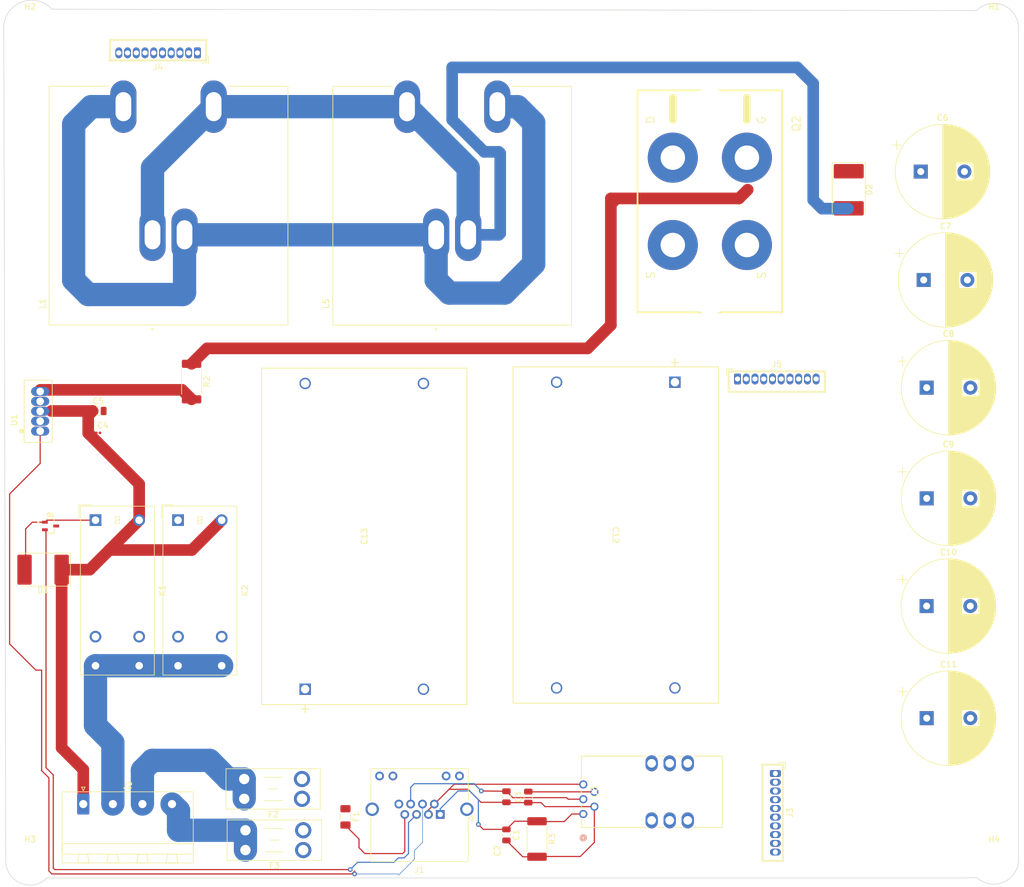
<source format=kicad_pcb>
(kicad_pcb (version 20221018) (generator pcbnew)
  (title_block (title "uhm"))
  (layers (0 "F.Cu" signal) (31 "B.Cu" signal) (34 "B.Paste" user) (35 "F.Paste" user) (36 "B.SilkS" user "B.Silkscreen") (37 "F.SilkS" user "F.Silkscreen") (38 "B.Mask" user) (39 "F.Mask" user) (44 "Edge.Cuts" user))
  (net 0 "")
  (net 1 "/3.3V")
  (net 2 "/3.3V_RETURN")
  (net 3 "/FUEL_CELL_CURRENT")
  (net 4 "GND")
  (net 5 "+12V")
  (net 6 "+46V")
  (net 7 "Net-(D1-A)")
  (net 8 "Net-(D2-A)")
  (net 9 "/46V")
  (net 10 "Net-(F1-Pad2)")
  (net 11 "Net-(J2-Pin_3)")
  (net 12 "Net-(J2-Pin_4)")
  (net 13 "/GATE_SIG")
  (net 14 "/AIR_STARVE_RELAY")
  (net 16 "Net-(J4-Pin_1)")
  (net 17 "/AIR_STARVE_RESISTORS")
  (net 18 "Net-(Q2-G)")
  (net 19 "Net-(U1-OUTPUT)")
  (net 26 "Net-(U3-VREF)")
  (footprint "Capacitor_SMD:C_0201_0603Metric" (layer "F.Cu") (at 61.7 89.5 180)
    (fp_text reference "C4" (at -0.8 1.25) (layer "F.SilkS"))
    (fp_text value "10uF")
    (pad "1" smd roundrect (at -0.32 0 180) (size 0.46 0.4) (layers "F.Cu" "F.Mask") (net 4 "GND"))
    (pad "2" smd roundrect (at 0.32 0 180) (size 0.46 0.4) (layers "F.Cu" "F.Mask") (net 5 "+12V"))
  )
  (footprint "Capacitor_THT:CP_Radial_D16.0mm_P7.50mm" (layer "F.Cu") (at 202.967246 44.64)
    (fp_text reference "C6" (at 3.75 -9.25) (layer "F.SilkS"))
    (fp_text value "6800uF")
    (pad "1" thru_hole rect (at 0 0) (size 2.4 2.4) (drill 1.2) (layers "*.Cu" "*.Mask") (net 6 "+46V"))
    (pad "2" thru_hole circle (at 7.5 0) (size 2.4 2.4) (drill 1.2) (layers "*.Cu" "*.Mask") (net 4 "GND"))
  )
  (footprint "Fuse:Fuse_1206_3216Metric" (layer "F.Cu") (at 104.175 155.45 -90)
    (fp_text reference "F1" (at 0 -1.82 90) (layer "F.SilkS"))
    (fp_text value "Polyfuse")
    (pad "1" smd roundrect (at -1.4 0 270) (size 1.25 1.75) (layers "F.Cu" "F.Paste" "F.Mask") (roundrect_rratio 0.2) (net 9 "/46V"))
    (pad "2" smd roundrect (at 1.4 0 270) (size 1.25 1.75) (layers "F.Cu" "F.Paste" "F.Mask") (roundrect_rratio 0.2) (net 10 "Net-(F1-Pad2)"))
  )
  (footprint "Capacitor_SMD:C_0805_2012Metric" (layer "F.Cu") (at 61.7 85.75)
    (fp_text reference "C5" (at 0 -1.68) (layer "F.SilkS"))
    (fp_text value "0.1uF")
    (pad "1" smd roundrect (at -0.95 0) (size 1 1.45) (layers "F.Cu" "F.Paste" "F.Mask") (net 5 "+12V"))
    (pad "2" smd roundrect (at 0.95 0) (size 1 1.45) (layers "F.Cu" "F.Paste" "F.Mask") (net 4 "GND"))
  )
  (footprint "MountingHole:MountingHole_2.7mm_M2.5" (layer "F.Cu") (at 215.57 20.0241)
    (fp_text reference "H1" (at 0 -3.7) (layer "F.SilkS"))
    (fp_text value "MountingHole")
    (pad "" np_thru_hole circle (at 0 0) (size 2.7 2.7) (drill 2.7) (layers "F&B.Cu" "*.Mask"))
  )
  (footprint "Relay_THT:Relay_SPST_Omron_G2RL-1A-E" (layer "F.Cu") (at 75.425 104.5)
    (fp_text reference "K2" (at 11.5 12.1 90) (layer "F.SilkS"))
    (fp_text value "G2RL-1A-E")
    (pad "13" thru_hole circle (at 0 20) (size 2 2) (drill 1.3) (layers "*.Cu" "*.Mask") (net 4 "GND"))
    (pad "13" thru_hole circle (at 7.5 20) (size 2 2) (drill 1.3) (layers "*.Cu" "*.Mask") (net 4 "GND"))
    (pad "14" thru_hole circle (at 0 25) (size 2 2) (drill 1.3) (layers "*.Cu" "*.Mask") (net 17 "/AIR_STARVE_RESISTORS"))
    (pad "14" thru_hole circle (at 7.5 25) (size 2 2) (drill 1.3) (layers "*.Cu" "*.Mask") (net 17 "/AIR_STARVE_RESISTORS"))
    (pad "A1" thru_hole rect (at 0 0) (size 2 2) (drill 1.3) (layers "*.Cu" "*.Mask") (net 7 "Net-(D1-A)"))
    (pad "A2" thru_hole circle (at 7.5 0) (size 2 2) (drill 1.3) (layers "*.Cu" "*.Mask") (net 5 "+12V"))
  )
  (footprint "Capacitor_SMD:C_0805_2012Metric" (layer "F.Cu") (at 131.816 158.55 -90)
    (fp_text reference "C1" (at 0 -1.68 90) (layer "F.SilkS"))
    (fp_text value "47nF")
    (pad "1" smd roundrect (at -0.95 0 270) (size 1 1.45) (layers "F.Cu" "F.Paste" "F.Mask") (net 1 "/3.3V"))
    (pad "2" smd roundrect (at 0.95 0 270) (size 1 1.45) (layers "F.Cu" "F.Paste" "F.Mask") (net 2 "/3.3V_RETURN"))
  )
  (footprint "KiCADv6:SOT65P210X100-3N" (layer "F.Cu") (at 53.53 105.5)
    (fp_text reference "Q1" (at 0.032 -1.9064) (layer "F.SilkS") (effects (font (size 0.64 0.64))))
    (fp_text value "NMOS_Substrate")
    (pad "1" smd roundrect (at -0.97 -0.65) (size 0.99 0.5) (layers "F.Cu" "F.Paste" "F.Mask") (roundrect_rratio 0.06) (net 7 "Net-(D1-A)"))
    (pad "2" smd roundrect (at -0.97 0.65) (size 0.99 0.5) (layers "F.Cu" "F.Paste" "F.Mask") (roundrect_rratio 0.06) (net 14 "/AIR_STARVE_RELAY"))
    (pad "3" smd roundrect (at 0.97 0) (size 0.99 0.5) (layers "F.Cu" "F.Paste" "F.Mask") (roundrect_rratio 0.06) (net 4 "GND"))
  )
  (footprint "Connector_RJ:RJ45_Amphenol_RJHSE538X" (layer "F.Cu") (at 120.455 155.03 180)
    (fp_text reference "J1" (at 3.56 -9.5) (layer "F.SilkS"))
    (fp_text value "8P8C_Shielded")
    (pad "" np_thru_hole circle (at -2.79 -2.54 180) (size 3.25 3.25) (drill 3.25) (layers "*.Cu" "*.Mask"))
    (pad "" np_thru_hole circle (at 9.91 -2.54 180) (size 3.25 3.25) (drill 3.25) (layers "*.Cu" "*.Mask"))
    (pad "1" thru_hole rect (at 0 0 180) (size 1.5 1.5) (drill 0.89) (layers "*.Cu" "*.Mask") (net 1 "/3.3V"))
    (pad "2" thru_hole circle (at 1.016 1.78 180) (size 1.5 1.5) (drill 0.89) (layers "*.Cu" "*.Mask") (net 2 "/3.3V_RETURN"))
    (pad "3" thru_hole circle (at 2.032 0 180) (size 1.5 1.5) (drill 0.89) (layers "*.Cu" "*.Mask") (net 2 "/3.3V_RETURN"))
    (pad "4" thru_hole circle (at 3.048 1.78 180) (size 1.5 1.5) (drill 0.89) (layers "*.Cu" "*.Mask") (net 13 "/GATE_SIG"))
    (pad "5" thru_hole circle (at 4.064 0 180) (size 1.5 1.5) (drill 0.89) (layers "*.Cu" "*.Mask") (net 14 "/AIR_STARVE_RELAY"))
    (pad "6" thru_hole circle (at 5.08 1.78 180) (size 1.5 1.5) (drill 0.89) (layers "*.Cu" "*.Mask") (net 3 "/FUEL_CELL_CURRENT"))
    (pad "7" thru_hole circle (at 6.096 0 180) (size 1.5 1.5) (drill 0.89) (layers "*.Cu" "*.Mask") (net 10 "Net-(F1-Pad2)"))
    (pad "8" thru_hole circle (at 7.112 1.78 180) (size 1.5 1.5) (drill 0.89) (layers "*.Cu" "*.Mask"))
    (pad "9" thru_hole circle (at -3.3 6.6 180) (size 1.5 1.5) (drill 0.89) (layers "*.Cu" "*.Mask"))
    (pad "10" thru_hole circle (at -1.01 6.6 180) (size 1.5 1.5) (drill 0.89) (layers "*.Cu" "*.Mask"))
    (pad "11" thru_hole circle (at 8.13 6.6 180) (size 1.5 1.5) (drill 0.89) (layers "*.Cu" "*.Mask"))
    (pad "12" thru_hole circle (at 10.42 6.6 180) (size 1.5 1.5) (drill 0.89) (layers "*.Cu" "*.Mask"))
    (pad "SH" thru_hole circle (at -4.57 0.89 180) (size 2.3 2.3) (drill 1.57) (layers "*.Cu" "*.Mask") (net 4 "GND"))
    (pad "SH" thru_hole circle (at 11.69 0.89 180) (size 2.3 2.3) (drill 1.57) (layers "*.Cu" "*.Mask") (net 4 "GND"))
  )
  (footprint "Capacitor_THT:CP_Radial_D16.0mm_P7.50mm" (layer "F.Cu") (at 203.974492 119.25)
    (fp_text reference "C10" (at 3.75 -9.25) (layer "F.SilkS"))
    (fp_text value "6800uF")
    (pad "1" thru_hole rect (at 0 0) (size 2.4 2.4) (drill 1.2) (layers "*.Cu" "*.Mask") (net 6 "+46V"))
    (pad "2" thru_hole circle (at 7.5 0) (size 2.4 2.4) (drill 1.2) (layers "*.Cu" "*.Mask") (net 4 "GND"))
  )
  (footprint "Capacitor_SMD:C_0805_2012Metric" (layer "F.Cu") (at 135.566 152.05 90)
    (fp_text reference "C3" (at 0 -1.68 90) (layer "F.SilkS"))
    (fp_text value "47nF")
    (pad "1" smd roundrect (at -0.95 0 90) (size 1 1.45) (layers "F.Cu" "F.Paste" "F.Mask") (net 2 "/3.3V_RETURN"))
    (pad "2" smd roundrect (at 0.95 0 90) (size 1 1.45) (layers "F.Cu" "F.Paste" "F.Mask") (net 26 "Net-(U3-VREF)"))
  )
  (footprint "Capacitor_THT:CP_Radial_D16.0mm_P7.50mm" (layer "F.Cu") (at 203.987246 138.5)
    (fp_text reference "C11" (at 3.75 -9.25) (layer "F.SilkS"))
    (fp_text value "6800uF")
    (pad "1" thru_hole rect (at 0 0) (size 2.4 2.4) (drill 1.2) (layers "*.Cu" "*.Mask") (net 6 "+46V"))
    (pad "2" thru_hole circle (at 7.5 0) (size 2.4 2.4) (drill 1.2) (layers "*.Cu" "*.Mask") (net 4 "GND"))
  )
  (footprint "Diode_SMD:D_3220_8050Metric" (layer "F.Cu") (at 52.25 113 180)
    (fp_text reference "D1" (at 0 -3.52 180) (layer "F.SilkS"))
    (fp_text value "D_Schottky")
    (pad "1" smd roundrect (at -3.1875 0 180) (size 2.475 5.15) (layers "F.Cu" "F.Paste" "F.Mask") (roundrect_rratio 0.10101) (net 5 "+12V"))
    (pad "2" smd roundrect (at 3.1875 0 180) (size 2.475 5.15) (layers "F.Cu" "F.Paste" "F.Mask") (roundrect_rratio 0.10101) (net 7 "Net-(D1-A)"))
  )
  (footprint "Connector_Wuerth:Wuerth_WR-WTB_64801011622_1x10_P1.50mm_Vertical" (layer "F.Cu") (at 178 148 -90)
    (fp_text reference "J3" (at 6.75 -2.5 -270) (layer "F.SilkS"))
    (fp_text value "GND")
    (pad "1" thru_hole roundrect (at 0 0 270) (size 1.17 1.87) (drill 0.87) (layers "*.Cu" "*.Mask") (roundrect_rratio 0.213675) (net 4 "GND"))
    (pad "2" thru_hole oval (at 1.5 0 270) (size 1.17 1.87) (drill 0.87) (layers "*.Cu" "*.Mask"))
    (pad "3" thru_hole oval (at 3 0 270) (size 1.17 1.87) (drill 0.87) (layers "*.Cu" "*.Mask"))
    (pad "4" thru_hole oval (at 4.5 0 270) (size 1.17 1.87) (drill 0.87) (layers "*.Cu" "*.Mask"))
    (pad "5" thru_hole oval (at 6 0 270) (size 1.17 1.87) (drill 0.87) (layers "*.Cu" "*.Mask"))
    (pad "6" thru_hole oval (at 7.5 0 270) (size 1.17 1.87) (drill 0.87) (layers "*.Cu" "*.Mask"))
    (pad "7" thru_hole oval (at 9 0 270) (size 1.17 1.87) (drill 0.87) (layers "*.Cu" "*.Mask"))
    (pad "9" thru_hole oval (at 10.5 0 270) (size 1.17 1.87) (drill 0.87) (layers "*.Cu" "*.Mask"))
    (pad "9" thru_hole oval (at 12 0 270) (size 1.17 1.87) (drill 0.87) (layers "*.Cu" "*.Mask"))
    (pad "10" thru_hole oval (at 13.5 0 270) (size 1.17 1.87) (drill 0.87) (layers "*.Cu" "*.Mask"))
  )
  (footprint "filmcapacitorsfootprint:C4A-060_KEM" (layer "F.Cu") (at 160.75 80.8082 -90)
    (fp_text reference "C12" (at 26.2509 10.16 -90 unlocked) (layer "F.SilkS"))
    (fp_text value "60uF")
    (pad "1" thru_hole rect (at 0 0 270) (size 1.9558 1.9558) (drill 1.4478) (layers "*.Cu" "*.Mask") (net 4 "GND"))
    (pad "2" thru_hole circle (at 0 20.32 270) (size 1.9558 1.9558) (drill 1.4478) (layers "*.Cu" "*.Mask") (net 4 "GND"))
    (pad "3" thru_hole circle (at 52.5018 20.32 270) (size 1.9558 1.9558) (drill 1.4478) (layers "*.Cu" "*.Mask") (net 6 "+46V"))
    (pad "4" thru_hole circle (at 52.5018 0 270) (size 1.9558 1.9558) (drill 1.4478) (layers "*.Cu" "*.Mask") (net 6 "+46V"))
  )
  (footprint "Connector_Wuerth:Wuerth_WR-WTB_64801011622_1x10_P1.50mm_Vertical" (layer "F.Cu") (at 171.5 80.25)
    (fp_text reference "J5" (at 6.75 -2.5) (layer "F.SilkS"))
    (fp_text value "+46V from Fuel Cell")
    (pad "1" thru_hole roundrect (at 0 0) (size 1.17 1.87) (drill 0.87) (layers "*.Cu" "*.Mask") (roundrect_rratio 0.213675) (net 6 "+46V"))
    (pad "2" thru_hole oval (at 1.5 0) (size 1.17 1.87) (drill 0.87) (layers "*.Cu" "*.Mask"))
    (pad "3" thru_hole oval (at 3 0) (size 1.17 1.87) (drill 0.87) (layers "*.Cu" "*.Mask"))
    (pad "4" thru_hole oval (at 4.5 0) (size 1.17 1.87) (drill 0.87) (layers "*.Cu" "*.Mask"))
    (pad "5" thru_hole oval (at 6 0) (size 1.17 1.87) (drill 0.87) (layers "*.Cu" "*.Mask"))
    (pad "6" thru_hole oval (at 7.5 0) (size 1.17 1.87) (drill 0.87) (layers "*.Cu" "*.Mask"))
    (pad "7" thru_hole oval (at 9 0) (size 1.17 1.87) (drill 0.87) (layers "*.Cu" "*.Mask"))
    (pad "8" thru_hole oval (at 10.5 0) (size 1.17 1.87) (drill 0.87) (layers "*.Cu" "*.Mask"))
    (pad "9" thru_hole oval (at 12 0) (size 1.17 1.87) (drill 0.87) (layers "*.Cu" "*.Mask"))
    (pad "10" thru_hole oval (at 13.5 0) (size 1.17 1.87) (drill 0.87) (layers "*.Cu" "*.Mask"))
  )
  (footprint "footprints:HO 25-P_LEM" (layer "F.Cu") (at 145.014999 154.96 90)
    (fp_text reference "U3" (at 3.81 1.905 90 unlocked) (layer "F.SilkS"))
    (fp_text value "HO 25-P")
    (pad "1" thru_hole circle (at 0 0 90) (size 1.397 1.397) (drill 0.889) (layers "*.Cu" "*.Mask") (net 1 "/3.3V"))
    (pad "2" thru_hole circle (at 1.27 1.905 90) (size 1.397 1.397) (drill 0.889) (layers "*.Cu" "*.Mask") (net 2 "/3.3V_RETURN"))
    (pad "3" thru_hole circle (at 2.54 0 90) (size 1.397 1.397) (drill 0.889) (layers "*.Cu" "*.Mask") (net 3 "/FUEL_CELL_CURRENT"))
    (pad "4" thru_hole circle (at 3.81 1.905 90) (size 1.397 1.397) (drill 0.889) (layers "*.Cu" "*.Mask") (net 26 "Net-(U3-VREF)"))
    (pad "5" thru_hole circle (at 5.08 0 90) (size 1.397 1.397) (drill 0.889) (layers "*.Cu" "*.Mask") (net 2 "/3.3V_RETURN"))
    (pad "8" thru_hole oval (at -1.09 11.735001 180) (size 2.1082 2.7432) (drill 1.4986) (layers "*.Cu" "*.Mask"))
    (pad "9" thru_hole oval (at -1.09 14.835 180) (size 2.1082 2.7432) (drill 1.4986) (layers "*.Cu" "*.Mask"))
    (pad "10" thru_hole oval (at -1.09 17.935001 180) (size 2.1082 2.7432) (drill 1.4986) (layers "*.Cu" "*.Mask"))
    (pad "11" thru_hole oval (at 8.71 17.935001 180) (size 2.1082 2.7432) (drill 1.4986) (layers "*.Cu" "*.Mask"))
    (pad "12" thru_hole oval (at 8.71 14.835 180) (size 2.1082 2.7432) (drill 1.4986) (layers "*.Cu" "*.Mask"))
    (pad "13" thru_hole oval (at 8.71 11.735001 180) (size 2.1082 2.7432) (drill 1.4986) (layers "*.Cu" "*.Mask"))
  )
  (footprint "MountingHole:MountingHole_2.7mm_M2.5" (layer "F.Cu") (at 50 20.0241)
    (fp_text reference "H2" (at 0 -3.7) (layer "F.SilkS"))
    (fp_text value "MountingHole")
    (pad "" np_thru_hole circle (at 0 0) (size 2.7 2.7) (drill 2.7) (layers "F&B.Cu" "*.Mask"))
  )
  (footprint "filmcapacitorsfootprint:C4A-060_KEM" (layer "F.Cu") (at 97.25 133.5259 90)
    (fp_text reference "C13" (at 26.2509 10.16 90 unlocked) (layer "F.SilkS"))
    (fp_text value "60uF")
    (pad "1" thru_hole rect (at 0 0 90) (size 1.9558 1.9558) (drill 1.4478) (layers "*.Cu" "*.Mask") (net 4 "GND"))
    (pad "2" thru_hole circle (at 0 20.32 90) (size 1.9558 1.9558) (drill 1.4478) (layers "*.Cu" "*.Mask") (net 4 "GND"))
    (pad "3" thru_hole circle (at 52.5018 20.32 90) (size 1.9558 1.9558) (drill 1.4478) (layers "*.Cu" "*.Mask") (net 6 "+46V"))
    (pad "4" thru_hole circle (at 52.5018 0 90) (size 1.9558 1.9558) (drill 1.4478) (layers "*.Cu" "*.Mask") (net 6 "+46V"))
  )
  (footprint "Capacitor_THT:CP_Radial_D16.0mm_P7.50mm" (layer "F.Cu") (at 203.987246 100.75)
    (fp_text reference "C9" (at 3.75 -9.25) (layer "F.SilkS"))
    (fp_text value "6800uF")
    (pad "1" thru_hole rect (at 0 0) (size 2.4 2.4) (drill 1.2) (layers "*.Cu" "*.Mask") (net 6 "+46V"))
    (pad "2" thru_hole circle (at 7.5 0) (size 2.4 2.4) (drill 1.2) (layers "*.Cu" "*.Mask") (net 4 "GND"))
  )
  (footprint "MountingHole:MountingHole_2.7mm_M2.5" (layer "F.Cu") (at 215.57 163)
    (fp_text reference "H4" (at 0 -3.7) (layer "F.SilkS"))
    (fp_text value "MountingHole")
    (pad "" np_thru_hole circle (at 0 0) (size 2.7 2.7) (drill 2.7) (layers "*.Cu" "*.Mask"))
  )
  (footprint "Relay_THT:Relay_SPST_Omron_G2RL-1A-E" (layer "F.Cu") (at 61.25 104.5)
    (fp_text reference "K1" (at 11.5 12.1 90) (layer "F.SilkS"))
    (fp_text value "G2RL-1A-E")
    (pad "13" thru_hole circle (at 0 20) (size 2 2) (drill 1.3) (layers "*.Cu" "*.Mask") (net 4 "GND"))
    (pad "13" thru_hole circle (at 7.5 20) (size 2 2) (drill 1.3) (layers "*.Cu" "*.Mask") (net 4 "GND"))
    (pad "14" thru_hole circle (at 0 25) (size 2 2) (drill 1.3) (layers "*.Cu" "*.Mask") (net 17 "/AIR_STARVE_RESISTORS"))
    (pad "14" thru_hole circle (at 7.5 25) (size 2 2) (drill 1.3) (layers "*.Cu" "*.Mask") (net 17 "/AIR_STARVE_RESISTORS"))
    (pad "A1" thru_hole rect (at 0 0) (size 2 2) (drill 1.3) (layers "*.Cu" "*.Mask") (net 7 "Net-(D1-A)"))
    (pad "A2" thru_hole circle (at 7.5 0) (size 2 2) (drill 1.3) (layers "*.Cu" "*.Mask") (net 5 "+12V"))
  )
  (footprint "KiCADv6:FIL_CMX1616Z171B-10" (layer "F.Cu") (at 122.5 50.5 90)
    (fp_text reference "L5" (at -16.825 -21.635 90) (layer "F.SilkS"))
    (fp_text value "L_Coupled")
    (pad "1" thru_hole oval (at -5 -2.75 90) (size 9 4.5) (drill oval 5 2.7) (layers "*.Cu" "*.Mask") (net 16 "Net-(J4-Pin_1)"))
    (pad "2" thru_hole oval (at -5 2.75 90) (size 9 4.5) (drill oval 5 2.7) (layers "*.Cu" "*.Mask") (net 8 "Net-(D2-A)"))
    (pad "3" thru_hole oval (at 17 7.75 90) (size 9 4.5) (drill oval 5 2.7) (layers "*.Cu" "*.Mask") (net 16 "Net-(J4-Pin_1)"))
    (pad "4" thru_hole oval (at 17 -7.75 90) (size 9 4.5) (drill oval 5 2.7) (layers "*.Cu" "*.Mask") (net 8 "Net-(D2-A)"))
  )
  (footprint "Resistor_SMD:R_2512_6332Metric_Pad1.40x3.35mm_HandSolder" (layer "F.Cu") (at 137.066 159.25 -90)
    (fp_text reference "R3" (at 0 -2.62 90) (layer "F.SilkS"))
    (fp_text value "20k")
    (pad "1" smd roundrect (at -3.05 0 270) (size 1.4 3.35) (layers "F.Cu" "F.Paste" "F.Mask") (roundrect_rratio 0.178571) (net 1 "/3.3V"))
    (pad "2" smd roundrect (at 3.05 0 270) (size 1.4 3.35) (layers "F.Cu" "F.Paste" "F.Mask") (roundrect_rratio 0.178571) (net 2 "/3.3V_RETURN"))
  )
  (footprint "Connector_Phoenix_MSTB:PhoenixContact_MSTBA_2,5_4-G-5,08_1x04_P5.08mm_Horizontal" (layer "F.Cu") (at 59.15 153.25)
    (fp_text reference "J2" (at 7.62 -3.2) (layer "F.SilkS"))
    (fp_text value "Conn_01x04")
    (pad "1" thru_hole roundrect (at 0 0) (size 2.08 3.6) (drill 1.4) (layers "*.Cu" "*.Mask") (roundrect_rratio 0.120192) (net 5 "+12V"))
    (pad "2" thru_hole oval (at 5.08 0) (size 2.08 3.6) (drill 1.4) (layers "*.Cu" "*.Mask") (net 17 "/AIR_STARVE_RESISTORS"))
    (pad "3" thru_hole oval (at 10.16 0) (size 2.08 3.6) (drill 1.4) (layers "*.Cu" "*.Mask") (net 11 "Net-(J2-Pin_3)"))
    (pad "4" thru_hole oval (at 15.24 0) (size 2.08 3.6) (drill 1.4) (layers "*.Cu" "*.Mask") (net 12 "Net-(J2-Pin_4)"))
  )
  (footprint "Connector_Wuerth:Wuerth_WR-WTB_64801011622_1x10_P1.50mm_Vertical" (layer "F.Cu") (at 78.75 24.25 180)
    (fp_text reference "J4" (at 6.75 -2.5) (layer "F.SilkS"))
    (fp_text value "Load Resistors Return")
    (pad "1" thru_hole roundrect (at 0 0 180) (size 1.17 1.87) (drill 0.87) (layers "*.Cu" "*.Mask") (roundrect_rratio 0.213675))
    (pad "2" thru_hole oval (at 1.5 0 180) (size 1.17 1.87) (drill 0.87) (layers "*.Cu" "*.Mask"))
    (pad "3" thru_hole oval (at 3 0 180) (size 1.17 1.87) (drill 0.87) (layers "*.Cu" "*.Mask"))
    (pad "4" thru_hole oval (at 4.5 0 180) (size 1.17 1.87) (drill 0.87) (layers "*.Cu" "*.Mask"))
    (pad "5" thru_hole oval (at 6 0 180) (size 1.17 1.87) (drill 0.87) (layers "*.Cu" "*.Mask"))
    (pad "6" thru_hole oval (at 7.5 0 180) (size 1.17 1.87) (drill 0.87) (layers "*.Cu" "*.Mask"))
    (pad "7" thru_hole oval (at 9 0 180) (size 1.17 1.87) (drill 0.87) (layers "*.Cu" "*.Mask"))
    (pad "8" thru_hole oval (at 10.5 0 180) (size 1.17 1.87) (drill 0.87) (layers "*.Cu" "*.Mask"))
    (pad "9" thru_hole oval (at 12 0 180) (size 1.17 1.87) (drill 0.87) (layers "*.Cu" "*.Mask"))
    (pad "10" thru_hole oval (at 13.5 0 180) (size 1.17 1.87) (drill 0.87) (layers "*.Cu" "*.Mask"))
  )
  (footprint "Fuse:Fuseholder_Blade_Mini_Keystone_3568" (layer "F.Cu") (at 96.92 161.15 180)
    (fp_text reference "F3" (at 4.96 -2.67) (layer "F.SilkS"))
    (fp_text value "Fuse")
    (pad "1" thru_hole circle (at 0 0 180) (size 2.78 2.78) (drill 1.78) (layers "*.Cu" "*.Mask") (net 6 "+46V"))
    (pad "1" thru_hole circle (at 0 3.4 180) (size 2.78 2.78) (drill 1.78) (layers "*.Cu" "*.Mask") (net 6 "+46V"))
    (pad "2" thru_hole circle (at 9.92 0 180) (size 2.78 2.78) (drill 1.78) (layers "*.Cu" "*.Mask") (net 12 "Net-(J2-Pin_4)"))
    (pad "2" thru_hole circle (at 9.92 3.4 180) (size 2.78 2.78) (drill 1.78) (layers "*.Cu" "*.Mask") (net 12 "Net-(J2-Pin_4)"))
  )
  (footprint "KiCADv6:SOT-227B" (layer "F.Cu") (at 166.75 49.75 -90)
    (fp_text reference "Q2" (at -13.335 -14.859 90) (layer "F.SilkS") (effects (font (size 1.4 1.4))))
    (fp_text value "NMOS")
    (fp_text user "S" (at 12.7 -8.89 90) (layer "F.SilkS") (effects (font (size 1.4 1.4))))
    (fp_text user "D" (at -13.97 10.16 90) (layer "F.SilkS") (effects (font (size 1.4 1.4))))
    (fp_text user "S" (at 12.7 10.16 90) (layer "F.SilkS") (effects (font (size 1.4 1.4))))
    (fp_text user "G" (at -13.97 -8.89 90) (layer "F.SilkS") (effects (font (size 1.4 1.4))))
    (pad "" np_thru_hole circle (at -15.105 0 270) (size 8.5 8.5) (drill 8.5) (layers "*.Cu" "*.Mask"))
    (pad "" np_thru_hole circle (at 15.105 0 270) (size 8.5 8.5) (drill 8.5) (layers "*.Cu" "*.Mask"))
    (pad "D" thru_hole circle (at -7.5 6.3625 270) (size 8.6 8.6) (drill 4.2) (layers "*.Cu" "*.Mask"))
    (pad "G" thru_hole circle (at -7.5 -6.3625 270) (size 8.6 8.6) (drill 4.2) (layers "*.Cu" "*.Mask"))
    (pad "S" thru_hole circle (at 7.5 -6.3625 270) (size 8.6 8.6) (drill 4.2) (layers "*.Cu" "*.Mask"))
    (pad "S" thru_hole circle (at 7.5 6.3625 270) (size 8.6 8.6) (drill 4.2) (layers "*.Cu" "*.Mask"))
  )
  (footprint "Resistor_SMD:R_2512_6332Metric_Pad1.40x3.35mm_HandSolder" (layer "F.Cu") (at 77.75 80.7 -90)
    (fp_text reference "R2" (at 0 -2.62 90) (layer "F.SilkS"))
    (fp_text value "1R5")
    (pad "1" smd roundrect (at -3.05 0 270) (size 1.4 3.35) (layers "F.Cu" "F.Paste" "F.Mask") (roundrect_rratio 0.178571) (net 18 "Net-(Q2-G)"))
    (pad "2" smd roundrect (at 3.05 0 270) (size 1.4 3.35) (layers "F.Cu" "F.Paste" "F.Mask") (roundrect_rratio 0.178571) (net 19 "Net-(U1-OUTPUT)"))
  )
  (footprint "MountingHole:MountingHole_2.7mm_M2.5" (layer "F.Cu") (at 50 163)
    (fp_text reference "H3" (at 0 -3.7) (layer "F.SilkS"))
    (fp_text value "MountingHole")
    (pad "" np_thru_hole circle (at 0 0) (size 2.7 2.7) (drill 2.7) (layers "*.Cu" "*.Mask"))
  )
  (footprint "Capacitor_THT:CP_Radial_D16.0mm_P7.50mm" (layer "F.Cu") (at 203.474492 63.25)
    (fp_text reference "C7" (at 3.75 -9.25) (layer "F.SilkS"))
    (fp_text value "6800uF")
    (pad "1" thru_hole rect (at 0 0) (size 2.4 2.4) (drill 1.2) (layers "*.Cu" "*.Mask") (net 6 "+46V"))
    (pad "2" thru_hole circle (at 7.5 0) (size 2.4 2.4) (drill 1.2) (layers "*.Cu" "*.Mask") (net 4 "GND"))
  )
  (footprint "KiCADv6:FIL_CMX1616Z171B-10" (layer "F.Cu") (at 73.79 50.49 90)
    (fp_text reference "L1" (at -16.825 -21.635 90) (layer "F.SilkS"))
    (fp_text value "L_Coupled")
    (pad "1" thru_hole oval (at -5 -2.75 90) (size 9 4.5) (drill oval 5 2.7) (layers "*.Cu" "*.Mask") (net 8 "Net-(D2-A)"))
    (pad "2" thru_hole oval (at -5 2.75 90) (size 9 4.5) (drill oval 5 2.7) (layers "*.Cu" "*.Mask") (net 16 "Net-(J4-Pin_1)"))
    (pad "3" thru_hole oval (at 17 7.75 90) (size 9 4.5) (drill oval 5 2.7) (layers "*.Cu" "*.Mask") (net 8 "Net-(D2-A)"))
    (pad "4" thru_hole oval (at 17 -7.75 90) (size 9 4.5) (drill oval 5 2.7) (layers "*.Cu" "*.Mask") (net 16 "Net-(J4-Pin_1)"))
  )
  (footprint "KiCADv6:TO170P1066X482X1572-5" (layer "F.Cu") (at 51.75 89.202 90)
    (fp_text reference "U1" (at 1.905 -4.445 90) (layer "F.SilkS"))
    (fp_text value "TC4421AVAT")
    (pad "1" thru_hole oval (at 0 0 90) (size 1.55 3.1) (drill 1.31) (layers "*.Cu" "*.Mask") (net 13 "/GATE_SIG"))
    (pad "2" thru_hole oval (at 1.702 0 90) (size 1.55 3.1) (drill 1.31) (layers "*.Cu" "*.Mask") (net 4 "GND"))
    (pad "3" thru_hole oval (at 3.404 0 90) (size 1.55 3.1) (drill 1.31) (layers "*.Cu" "*.Mask") (net 5 "+12V"))
    (pad "4" thru_hole oval (at 5.106 0 90) (size 1.55 3.1) (drill 1.31) (layers "*.Cu" "*.Mask") (net 4 "GND"))
    (pad "5" thru_hole oval (at 6.808 0 90) (size 1.55 3.1) (drill 1.31) (layers "*.Cu" "*.Mask") (net 19 "Net-(U1-OUTPUT)"))
  )
  (footprint "Fuse:Fuseholder_Blade_Mini_Keystone_3568" (layer "F.Cu") (at 96.71 152.35 180)
    (fp_text reference "F2" (at 4.96 -2.67) (layer "F.SilkS"))
    (fp_text value "Fuse")
    (pad "1" thru_hole circle (at 0 0 180) (size 2.78 2.78) (drill 1.78) (layers "*.Cu" "*.Mask") (net 6 "+46V"))
    (pad "1" thru_hole circle (at 0 3.4 180) (size 2.78 2.78) (drill 1.78) (layers "*.Cu" "*.Mask") (net 6 "+46V"))
    (pad "2" thru_hole circle (at 9.92 0 180) (size 2.78 2.78) (drill 1.78) (layers "*.Cu" "*.Mask") (net 11 "Net-(J2-Pin_3)"))
    (pad "2" thru_hole circle (at 9.92 3.4 180) (size 2.78 2.78) (drill 1.78) (layers "*.Cu" "*.Mask") (net 11 "Net-(J2-Pin_3)"))
  )
  (footprint "Capacitor_THT:CP_Radial_D16.0mm_P7.50mm" (layer "F.Cu") (at 203.987246 81.75)
    (fp_text reference "C8" (at 3.75 -9.25) (layer "F.SilkS"))
    (fp_text value "6800uF")
    (pad "1" thru_hole rect (at 0 0) (size 2.4 2.4) (drill 1.2) (layers "*.Cu" "*.Mask") (net 6 "+46V"))
    (pad "2" thru_hole circle (at 7.5 0) (size 2.4 2.4) (drill 1.2) (layers "*.Cu" "*.Mask") (net 4 "GND"))
  )
  (footprint "Diode_SMD:D_3220_8050Metric" (layer "F.Cu") (at 190.6 47.7625 -90)
    (fp_text reference "D2" (at 0 -3.52 90) (layer "F.SilkS"))
    (fp_text value "D_Schottky")
    (pad "1" smd roundrect (at -3.1875 0 270) (size 2.475 5.15) (layers "F.Cu" "F.Paste" "F.Mask") (roundrect_rratio 0.10101) (net 6 "+46V"))
    (pad "2" smd roundrect (at 3.1875 0 270) (size 2.475 5.15) (layers "F.Cu" "F.Paste" "F.Mask") (roundrect_rratio 0.10101) (net 8 "Net-(D2-A)"))
  )
  (footprint "Capacitor_SMD:C_0805_2012Metric" (layer "F.Cu") (at 131.816 152 90)
    (fp_text reference "C2" (at -9.25 -1.566 90) (layer "F.SilkS"))
    (fp_text value "4.7nF")
    (pad "1" smd roundrect (at -0.95 0 90) (size 1 1.45) (layers "F.Cu" "F.Paste" "F.Mask") (net 2 "/3.3V_RETURN"))
    (pad "2" smd roundrect (at 0.95 0 90) (size 1 1.45) (layers "F.Cu" "F.Paste" "F.Mask") (net 3 "/FUEL_CELL_CURRENT"))
  )
  (gr_arc (start 45.481111 19.735062) (mid 48.628221 15.507526) (end 53.75 16.75) (stroke (width 0.1)) (layer "Edge.Cuts"))
  (gr_line (start 210.681981 165.931981) (end 52.950019 165.931981) (stroke (width 0.1)) (layer "Edge.Cuts"))
  (gr_arc (start 212.494796 16.994796) (mid 217.126405 16.073512) (end 219.75 20) (stroke (width 0.1)) (layer "Edge.Cuts"))
  (gr_line (start 45.5 19.75) (end 45.840779 163) (stroke (width 0.1)) (layer "Edge.Cuts"))
  (gr_arc (start 219.749999 163) (mid 217.092217 166.698397) (end 212.612327 165.878313) (stroke (width 0.1)) (layer "Edge.Cuts"))
  (gr_arc (start 52.950019 165.931981) (mid 48.414229 166.845056) (end 45.840779 163) (stroke (width 0.1)) (layer "Edge.Cuts"))
  (gr_line (start 212.494796 16.994796) (end 53.75 16.75) (stroke (width 0.1)) (layer "Edge.Cuts"))
  (gr_line (start 219.75 163) (end 219.75 20) (stroke (width 0.1)) (layer "Edge.Cuts"))
  (gr_line (start 210.681981 165.931981) (end 212.612327 165.878313) (stroke (width 0.1)) (layer "Edge.Cuts"))
  (segment (start 137.116 156.25) (end 137.066 156.2) (width 0.2) (layer "F.Cu") (net 1))
  (segment (start 127.85 157.6) (end 127 156.75) (width 0.2) (layer "F.Cu") (net 1))
  (segment (start 143.04 154.96) (end 141.75 156.25) (width 0.2) (layer "F.Cu") (net 1))
  (segment (start 137.066 156.2) (end 133.216 156.2) (width 0.2) (layer "F.Cu") (net 1))
  (segment (start 131.816 157.6) (end 127.85 157.6) (width 0.2) (layer "F.Cu") (net 1))
  (segment (start 141.75 156.25) (end 137.116 156.25) (width 0.2) (layer "F.Cu") (net 1))
  (segment (start 133.216 156.2) (end 131.816 157.6) (width 0.2) (layer "F.Cu") (net 1))
  (segment (start 145.014999 154.96) (end 143.04 154.96) (width 0.2) (layer "F.Cu") (net 1))
  (via (at 127 156.75) (size 0.8) (drill 0.4) (layers "F.Cu" "B.Cu") (net 1))
  (segment (start 127 152.5) (end 125.5 151) (width 0.2) (layer "B.Cu") (net 1))
  (segment (start 123.5 151) (end 120.455 154.045) (width 0.2) (layer "B.Cu") (net 1))
  (segment (start 127 156.75) (end 127 152.5) (width 0.2) (layer "B.Cu") (net 1))
  (segment (start 125.5 151) (end 123.5 151) (width 0.2) (layer "B.Cu") (net 1))
  (segment (start 120.455 154.045) (end 120.455 155.03) (width 0.2) (layer "B.Cu") (net 1))
  (segment (start 119.439 153.25) (end 118.423 154.266) (width 0.2) (layer "F.Cu") (net 2))
  (segment (start 131.866 153) (end 131.816 152.95) (width 0.2) (layer "F.Cu") (net 2))
  (segment (start 146.919999 153.69) (end 146.919999 159.830001) (width 0.2) (layer "F.Cu") (net 2))
  (segment (start 146.919999 153.69) (end 138.44 153.69) (width 0.2) (layer "F.Cu") (net 2))
  (segment (start 137.066 162.3) (end 134.616 162.3) (width 0.2) (layer "F.Cu") (net 2))
  (segment (start 127.45 152.95) (end 125.2195 150.7195) (width 0.2) (layer "F.Cu") (net 2))
  (segment (start 125.2195 150.7195) (end 121.9695 150.7195) (width 0.2) (layer "F.Cu") (net 2))
  (segment (start 122.839 149.85) (end 121.9695 150.7195) (width 0.2) (layer "F.Cu") (net 2))
  (segment (start 131.816 152.95) (end 127.45 152.95) (width 0.2) (layer "F.Cu") (net 2))
  (segment (start 121.9695 150.7195) (end 119.439 153.25) (width 0.2) (layer "F.Cu") (net 2))
  (segment (start 144.5 162.25) (end 137.116 162.25) (width 0.2) (layer "F.Cu") (net 2))
  (segment (start 138.44 153.69) (end 137.75 153) (width 0.2) (layer "F.Cu") (net 2))
  (segment (start 137.116 162.25) (end 137.066 162.3) (width 0.2) (layer "F.Cu") (net 2))
  (segment (start 137.75 153) (end 131.866 153) (width 0.2) (layer "F.Cu") (net 2))
  (segment (start 146.919999 159.830001) (end 144.5 162.25) (width 0.2) (layer "F.Cu") (net 2))
  (segment (start 118.423 154.266) (end 118.423 155.03) (width 0.2) (layer "F.Cu") (net 2))
  (segment (start 144.984999 149.85) (end 122.839 149.85) (width 0.2) (layer "F.Cu") (net 2))
  (segment (start 134.616 162.3) (end 131.816 159.5) (width 0.2) (layer "F.Cu") (net 2))
  (segment (start 145.014999 149.88) (end 144.984999 149.85) (width 0.2) (layer "F.Cu") (net 2))
  (segment (start 132.916 152.15) (end 131.816 151.05) (width 0.2) (layer "F.Cu") (net 3))
  (segment (start 142.15 152.15) (end 132.916 152.15) (width 0.2) (layer "F.Cu") (net 3))
  (segment (start 127.5 151) (end 127.55 151.05) (width 0.2) (layer "F.Cu") (net 3))
  (segment (start 142.42 152.42) (end 142.15 152.15) (width 0.2) (layer "F.Cu") (net 3))
  (segment (start 145.014999 152.42) (end 144.594999 152) (width 0.2) (layer "F.Cu") (net 3))
  (segment (start 131.816 151.05) (end 127.5 151) (width 0.2) (layer "F.Cu") (net 3))
  (segment (start 145.014999 152.42) (end 142.42 152.42) (width 0.2) (layer "F.Cu") (net 3))
  (via (at 127.5 151) (size 0.8) (drill 0.4) (layers "F.Cu" "B.Cu") (net 3))
  (segment (start 127.5 151) (end 126.25 149.75) (width 0.2) (layer "B.Cu") (net 3))
  (segment (start 115.375 150.375) (end 115.375 153.25) (width 0.2) (layer "B.Cu") (net 3))
  (segment (start 126.25 149.75) (end 116 149.75) (width 0.2) (layer "B.Cu") (net 3))
  (segment (start 116 149.75) (end 115.375 150.375) (width 0.2) (layer "B.Cu") (net 3))
  (segment (start 68.75 104.5) (end 68.75 98.298478) (width 2) (layer "F.Cu") (net 5))
  (segment (start 59.15 147.3125) (end 59.15 153.25) (width 2) (layer "F.Cu") (net 5))
  (segment (start 55.4375 143.6) (end 55.4375 113) (width 2) (layer "F.Cu") (net 5))
  (segment (start 63.625 109.625) (end 68.75 104.5) (width 2) (layer "F.Cu") (net 5))
  (segment (start 59.15 147.3125) (end 55.4375 143.6) (width 2) (layer "F.Cu") (net 5))
  (segment (start 60.75 85.75) (end 53.664072 85.75) (width 2) (layer "F.Cu") (net 5))
  (segment (start 60 89.548478) (end 60 86.5) (width 2) (layer "F.Cu") (net 5))
  (segment (start 55.4375 113) (end 60.25 113) (width 2) (layer "F.Cu") (net 5))
  (segment (start 77.8 109.625) (end 82.925 104.5) (width 2) (layer "F.Cu") (net 5))
  (segment (start 60 86.5) (end 60.75 85.75) (width 2) (layer "F.Cu") (net 5))
  (segment (start 63.625 109.625) (end 77.8 109.625) (width 2) (layer "F.Cu") (net 5))
  (segment (start 68.75 98.298478) (end 60 89.548478) (width 2) (layer "F.Cu") (net 5))
  (segment (start 60.25 113) (end 63.625 109.625) (width 2) (layer "F.Cu") (net 5))
  (segment (start 52.91 104.5) (end 52.56 104.85) (width 0.2) (layer "F.Cu") (net 7))
  (segment (start 49.25 112.8125) (end 49.0625 113) (width 0.2) (layer "F.Cu") (net 7))
  (segment (start 50.4 104.85) (end 49.25 106) (width 0.2) (layer "F.Cu") (net 7))
  (segment (start 49.25 106) (end 49.25 112.8125) (width 0.2) (layer "F.Cu") (net 7))
  (segment (start 61.25 104.5) (end 52.91 104.5) (width 0.2) (layer "F.Cu") (net 7))
  (segment (start 52.56 104.85) (end 50.4 104.85) (width 0.2) (layer "F.Cu") (net 7))
  (segment (start 184.5 49.5) (end 185.25 50.25) (width 2) (layer "B.Cu") (net 8))
  (segment (start 81.54 33.49) (end 114.74 33.49) (width 4) (layer "B.Cu") (net 8))
  (segment (start 122.5 35.75) (end 122.5 26.75) (width 2) (layer "B.Cu") (net 8))
  (segment (start 186 51) (end 190.5 51) (width 2) (layer "B.Cu") (net 8))
  (segment (start 114.74 33.49) (end 114.75 33.5) (width 4) (layer "B.Cu") (net 8))
  (segment (start 114.75 33.5) (end 125.25 44) (width 4) (layer "B.Cu") (net 8))
  (segment (start 125.25 44) (end 125.25 55.5) (width 4) (layer "B.Cu") (net 8))
  (segment (start 125.25 55.5) (end 130.5 55.5) (width 2) (layer "B.Cu") (net 8))
  (segment (start 122.5 26.75) (end 181.75 26.75) (width 2) (layer "B.Cu") (net 8))
  (segment (start 71.04 55.49) (end 71.04 43.99) (width 4) (layer "B.Cu") (net 8))
  (segment (start 181.75 26.75) (end 184.5 29.5) (width 2) (layer "B.Cu") (net 8))
  (segment (start 71.04 43.99) (end 81.54 33.49) (width 4) (layer "B.Cu") (net 8))
  (segment (start 184.5 29.5) (end 184.5 49.5) (width 2) (layer "B.Cu") (net 8))
  (segment (start 130.75 41.5) (end 130.5 41.25) (width 2) (layer "B.Cu") (net 8))
  (segment (start 185.25 50.25) (end 186 51) (width 2) (layer "B.Cu") (net 8))
  (segment (start 130.75 55.25) (end 130.75 41.5) (width 2) (layer "B.Cu") (net 8))
  (segment (start 127 40.25) (end 122.5 35.75) (width 2) (layer "B.Cu") (net 8))
  (segment (start 130.5 41.25) (end 128 41.25) (width 2) (layer "B.Cu") (net 8))
  (segment (start 130.5 55.5) (end 130.75 55.25) (width 2) (layer "B.Cu") (net 8))
  (segment (start 128 41.25) (end 127 40.25) (width 2) (layer "B.Cu") (net 8))
  (segment (start 104.175 156.925) (end 104.175 156.85) (width 0.2) (layer "F.Cu") (net 10))
  (segment (start 107.5 161.75) (end 106.5 160.75) (width 0.2) (layer "F.Cu") (net 10))
  (segment (start 106.5 160.75) (end 106.5 159.25) (width 0.2) (layer "F.Cu") (net 10))
  (segment (start 114.359 155.03) (end 114.359 161.391) (width 0.2) (layer "F.Cu") (net 10))
  (segment (start 114.359 161.391) (end 114 161.75) (width 0.2) (layer "F.Cu") (net 10))
  (segment (start 106.5 159.25) (end 104.175 156.925) (width 0.2) (layer "F.Cu") (net 10))
  (segment (start 114 161.75) (end 107.5 161.75) (width 0.2) (layer "F.Cu") (net 10))
  (segment (start 71.01 145.75) (end 69.31 147.45) (width 4) (layer "B.Cu") (net 11))
  (segment (start 86.79 152.35) (end 86.79 148.95) (width 4) (layer "B.Cu") (net 11))
  (segment (start 86.79 148.95) (end 84.03 148.95) (width 4) (layer "B.Cu") (net 11))
  (segment (start 80.83 145.75) (end 71.01 145.75) (width 4) (layer "B.Cu") (net 11))
  (segment (start 69.31 147.45) (end 69.31 153.25) (width 4) (layer "B.Cu") (net 11))
  (segment (start 84.03 148.95) (end 80.83 145.75) (width 4) (layer "B.Cu") (net 11))
  (segment (start 87 157.75) (end 75.51 157.75) (width 4) (layer "B.Cu") (net 12))
  (segment (start 75.51 154.37) (end 74.39 153.25) (width 4) (layer "B.Cu") (net 12))
  (segment (start 87 161.15) (end 87 157.75) (width 4) (layer "B.Cu") (net 12))
  (segment (start 75.51 157.75) (end 75.51 154.37) (width 4) (layer "B.Cu") (net 12))
  (segment (start 52 130.25) (end 51 130.25) (width 0.2) (layer "F.Cu") (net 13))
  (segment (start 105.23995 165.25) (end 53.75 165.25) (width 0.2) (layer "F.Cu") (net 13))
  (segment (start 46.5 125.75) (end 46.5 100) (width 0.2) (layer "F.Cu") (net 13))
  (segment (start 105.75 165.25) (end 105.75 164.73995) (width 0.2) (layer "F.Cu") (net 13))
  (segment (start 53.25 164.75) (end 53.25 148.75) (width 0.2) (layer "F.Cu") (net 13))
  (segment (start 51.75 94.75) (end 51.75 89.202) (width 0.2) (layer "F.Cu") (net 13))
  (segment (start 46.5 100) (end 51.75 94.75) (width 0.2) (layer "F.Cu") (net 13))
  (segment (start 51 130.25) (end 46.5 125.75) (width 0.2) (layer "F.Cu") (net 13))
  (segment (start 52 147.5) (end 52 130.25) (width 0.2) (layer "F.Cu") (net 13))
  (segment (start 53.25 148.75) (end 52 147.5) (width 0.2) (layer "F.Cu") (net 13))
  (segment (start 105.75 164.73995) (end 105.23995 165.25) (width 0.2) (layer "F.Cu") (net 13))
  (segment (start 53.75 165.25) (end 53.25 164.75) (width 0.2) (layer "F.Cu") (net 13))
  (via (at 105.75 165.25) (size 0.8) (drill 0.4) (layers "F.Cu" "B.Cu") (net 13))
  (segment (start 117.407 159.843) (end 116 161.25) (width 0.1) (layer "B.Cu") (net 13))
  (segment (start 116 162.75) (end 113.25 165.5) (width 0.1) (layer "B.Cu") (net 13))
  (segment (start 117.407 156.75) (end 117.407 159.843) (width 0.1) (layer "B.Cu") (net 13))
  (segment (start 117.407 153.25) (end 117.407 156.75) (width 0.1) (layer "B.Cu") (net 13))
  (segment (start 105.75 165.25) (end 105.65 165.25) (width 0.1) (layer "B.Cu") (net 13))
  (segment (start 113.25 165.25) (end 105.75 165.25) (width 0.1) (layer "B.Cu") (net 13))
  (segment (start 116 161.25) (end 116 162.75) (width 0.1) (layer "B.Cu") (net 13))
  (segment (start 52.75 147) (end 52.75 106.34) (width 0.2) (layer "F.Cu") (net 14))
  (segment (start 54 148.25) (end 52.75 147) (width 0.2) (layer "F.Cu") (net 14))
  (segment (start 54 164.25) (end 54 148.25) (width 0.2) (layer "F.Cu") (net 14))
  (segment (start 105 164.5) (end 54.25 164.5) (width 0.2) (layer "F.Cu") (net 14))
  (segment (start 54.25 164.5) (end 54 164.25) (width 0.2) (layer "F.Cu") (net 14))
  (segment (start 52.75 106.34) (end 52.56 106.15) (width 0.2) (layer "F.Cu") (net 14))
  (via (at 105 164.5) (size 0.8) (drill 0.4) (layers "F.Cu" "B.Cu") (net 14))
  (segment (start 115 161.75) (end 115 156.421) (width 0.2) (layer "B.Cu") (net 14))
  (segment (start 105 164.5) (end 106.25 163.25) (width 0.2) (layer "B.Cu") (net 14))
  (segment (start 112.5 163.25) (end 113.25 162.5) (width 0.2) (layer "B.Cu") (net 14))
  (segment (start 115 156.421) (end 116.391 155.03) (width 0.2) (layer "B.Cu") (net 14))
  (segment (start 114.25 162.5) (end 115 161.75) (width 0.2) (layer "B.Cu") (net 14))
  (segment (start 106.25 163.25) (end 112.5 163.25) (width 0.2) (layer "B.Cu") (net 14))
  (segment (start 113.25 162.5) (end 114.25 162.5) (width 0.2) (layer "B.Cu") (net 14))
  (segment (start 57.5 36.5) (end 57.5 63.25) (width 4) (layer "B.Cu") (net 16))
  (segment (start 60 65.75) (end 76.25 65.75) (width 4) (layer "B.Cu") (net 16))
  (segment (start 119.75 55.5) (end 119.75 63.25) (width 4) (layer "B.Cu") (net 16))
  (segment (start 122 65.5) (end 131.5 65.5) (width 4) (layer "B.Cu") (net 16))
  (segment (start 66.04 33.49) (end 60.51 33.49) (width 4) (layer "B.Cu") (net 16))
  (segment (start 136.5 36.25) (end 133.75 33.5) (width 4) (layer "B.Cu") (net 16))
  (segment (start 60.51 33.49) (end 57.5 36.5) (width 4) (layer "B.Cu") (net 16))
  (segment (start 57.5 63.25) (end 60 65.75) (width 4) (layer "B.Cu") (net 16))
  (segment (start 131.5 65.5) (end 136.5 60.5) (width 4) (layer "B.Cu") (net 16))
  (segment (start 136.5 60.5) (end 136.5 36.25) (width 4) (layer "B.Cu") (net 16))
  (segment (start 119.75 63.25) (end 122 65.5) (width 4) (layer "B.Cu") (net 16))
  (segment (start 119.74 55.49) (end 119.75 55.5) (width 4) (layer "B.Cu") (net 16))
  (segment (start 76.25 65.75) (end 76.54 65.46) (width 4) (layer "B.Cu") (net 16))
  (segment (start 76.54 55.49) (end 119.74 55.49) (width 4) (layer "B.Cu") (net 16))
  (segment (start 76.54 65.46) (end 76.54 55.49) (width 4) (layer "B.Cu") (net 16))
  (segment (start 133.75 33.5) (end 130.25 33.5) (width 4) (layer "B.Cu") (net 16))
  (segment (start 82.925 129.5) (end 61.25 129.5) (width 4) (layer "B.Cu") (net 17))
  (segment (start 61.25 129.5) (end 61.25 139.75) (width 4) (layer "B.Cu") (net 17))
  (segment (start 61.25 139.75) (end 64.23 142.73) (width 4) (layer "B.Cu") (net 17))
  (segment (start 64.23 142.73) (end 64.23 153.25) (width 4) (layer "B.Cu") (net 17))
  (segment (start 149.75 71) (end 149.75 49.75) (width 2) (layer "F.Cu") (net 18))
  (segment (start 150.25 49.75) (end 149.75 49.25) (width 2) (layer "F.Cu") (net 18))
  (segment (start 80.4 75) (end 145.75 75) (width 2) (layer "F.Cu") (net 18))
  (segment (start 77.75 77.65) (end 80.4 75) (width 2) (layer "F.Cu") (net 18))
  (segment (start 149.75 49.25) (end 171.75 49.25) (width 2) (layer "F.Cu") (net 18))
  (segment (start 171.75 49.25) (end 173.25 47.75) (width 2) (layer "F.Cu") (net 18))
  (segment (start 145.75 75) (end 149.75 71) (width 2) (layer "F.Cu") (net 18))
  (segment (start 77.75 83.75) (end 76.121 82.121) (width 2) (layer "F.Cu") (net 19))
  (segment (start 76.121 82.121) (end 51.75 82.121) (width 2) (layer "F.Cu") (net 19))
  (segment (start 135.616 151.15) (end 135.566 151.1) (width 0.2) (layer "F.Cu") (net 26))
  (segment (start 146.919999 151.15) (end 135.616 151.15) (width 0.2) (layer "F.Cu") (net 26))
  (segment (start 135.75 150.916) (end 135.566 151.1) (width 0.2) (layer "F.Cu") (net 26))
)
</source>
